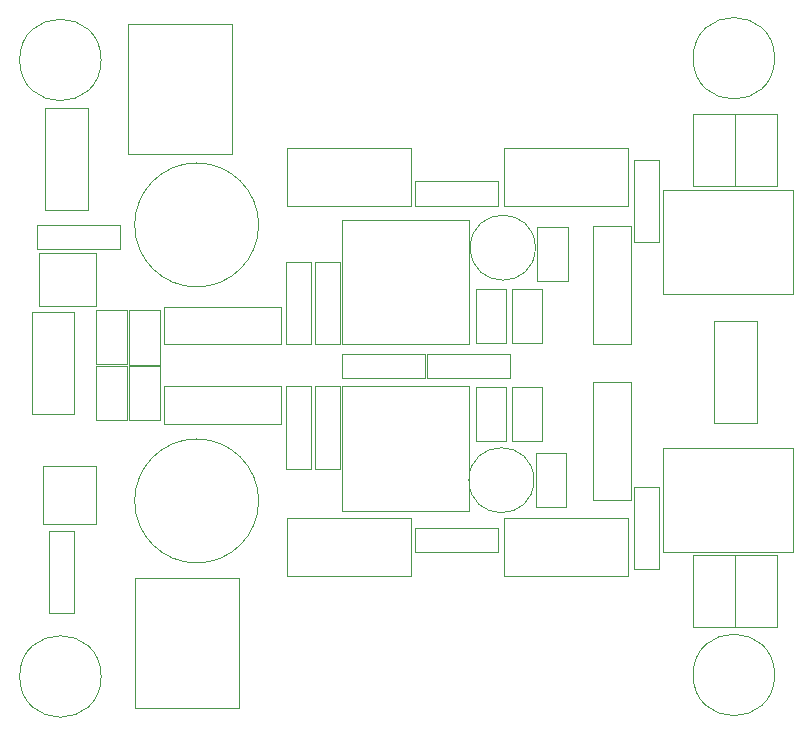
<source format=gbr>
G04 #@! TF.GenerationSoftware,KiCad,Pcbnew,(5.0.2)-1*
G04 #@! TF.CreationDate,2020-02-26T19:00:20+05:30*
G04 #@! TF.ProjectId,mosfet driver,6d6f7366-6574-4206-9472-697665722e6b,rev?*
G04 #@! TF.SameCoordinates,Original*
G04 #@! TF.FileFunction,Other,User*
%FSLAX46Y46*%
G04 Gerber Fmt 4.6, Leading zero omitted, Abs format (unit mm)*
G04 Created by KiCad (PCBNEW (5.0.2)-1) date 02/26/20 19:00:20*
%MOMM*%
%LPD*%
G01*
G04 APERTURE LIST*
%ADD10C,0.050000*%
G04 APERTURE END LIST*
D10*
G04 #@! TO.C,SW1*
X45952000Y-130788000D02*
X45952000Y-139438000D01*
X45952000Y-139438000D02*
X49552000Y-139438000D01*
X49552000Y-139438000D02*
X49552000Y-130788000D01*
X49552000Y-130788000D02*
X45952000Y-130788000D01*
G04 #@! TO.C,Snub_Low*
X104372000Y-174734000D02*
X104372000Y-168634000D01*
X107922000Y-174734000D02*
X104372000Y-174734000D01*
X107922000Y-168634000D02*
X107922000Y-174734000D01*
X104372000Y-168634000D02*
X107922000Y-168634000D01*
G04 #@! TO.C,Snub_High*
X100816000Y-168634000D02*
X104366000Y-168634000D01*
X104366000Y-168634000D02*
X104366000Y-174734000D01*
X104366000Y-174734000D02*
X100816000Y-174734000D01*
X100816000Y-174734000D02*
X100816000Y-168634000D01*
G04 #@! TO.C,Snub_Low*
X104372000Y-131296000D02*
X107922000Y-131296000D01*
X107922000Y-131296000D02*
X107922000Y-137396000D01*
X107922000Y-137396000D02*
X104372000Y-137396000D01*
X104372000Y-137396000D02*
X104372000Y-131296000D01*
G04 #@! TO.C,D3*
X56000000Y-150825000D02*
X65920000Y-150825000D01*
X56000000Y-147625000D02*
X56000000Y-150825000D01*
X65920000Y-147625000D02*
X56000000Y-147625000D01*
X65920000Y-150825000D02*
X65920000Y-147625000D01*
G04 #@! TO.C,D1*
X56000000Y-157556000D02*
X65920000Y-157556000D01*
X56000000Y-154356000D02*
X56000000Y-157556000D01*
X65920000Y-154356000D02*
X56000000Y-154356000D01*
X65920000Y-157556000D02*
X65920000Y-154356000D01*
G04 #@! TO.C,D6*
X50256000Y-166006000D02*
X50256000Y-161156000D01*
X45756000Y-166006000D02*
X50256000Y-166006000D01*
X45756000Y-161156000D02*
X45756000Y-166006000D01*
X50256000Y-161156000D02*
X45756000Y-161156000D01*
G04 #@! TO.C,D4*
X50245500Y-143101500D02*
X45395500Y-143101500D01*
X50245500Y-147601500D02*
X50245500Y-143101500D01*
X45395500Y-147601500D02*
X50245500Y-147601500D01*
X45395500Y-143101500D02*
X45395500Y-147601500D01*
G04 #@! TO.C,R12*
X46321000Y-166626500D02*
X46321000Y-173606500D01*
X48421000Y-166626500D02*
X46321000Y-166626500D01*
X48421000Y-173606500D02*
X48421000Y-166626500D01*
X46321000Y-173606500D02*
X48421000Y-173606500D01*
G04 #@! TO.C,R11*
X52258000Y-140682000D02*
X45278000Y-140682000D01*
X52258000Y-142782000D02*
X52258000Y-140682000D01*
X45278000Y-142782000D02*
X52258000Y-142782000D01*
X45278000Y-140682000D02*
X45278000Y-142782000D01*
G04 #@! TO.C,J2*
X109242000Y-146578000D02*
X109242000Y-137798000D01*
X98232000Y-146578000D02*
X109242000Y-146578000D01*
X98232000Y-137798000D02*
X98232000Y-146578000D01*
X109242000Y-137798000D02*
X98232000Y-137798000D01*
G04 #@! TO.C,J1*
X62354000Y-181632000D02*
X62354000Y-170622000D01*
X62354000Y-170622000D02*
X53574000Y-170622000D01*
X53574000Y-170622000D02*
X53574000Y-181632000D01*
X53574000Y-181632000D02*
X62354000Y-181632000D01*
G04 #@! TO.C,J4*
X61742000Y-123676000D02*
X52962000Y-123676000D01*
X61742000Y-134686000D02*
X61742000Y-123676000D01*
X52962000Y-134686000D02*
X61742000Y-134686000D01*
X52962000Y-123676000D02*
X52962000Y-134686000D01*
G04 #@! TO.C,R7*
X84262000Y-139099000D02*
X84262000Y-136999000D01*
X84262000Y-136999000D02*
X77282000Y-136999000D01*
X77282000Y-136999000D02*
X77282000Y-139099000D01*
X77282000Y-139099000D02*
X84262000Y-139099000D01*
G04 #@! TO.C,R5*
X70900000Y-150814775D02*
X70900000Y-143834775D01*
X68800000Y-150814775D02*
X70900000Y-150814775D01*
X68800000Y-143834775D02*
X68800000Y-150814775D01*
X70900000Y-143834775D02*
X68800000Y-143834775D01*
G04 #@! TO.C,R2*
X78298000Y-153704000D02*
X85278000Y-153704000D01*
X78298000Y-151604000D02*
X78298000Y-153704000D01*
X85278000Y-151604000D02*
X78298000Y-151604000D01*
X85278000Y-153704000D02*
X85278000Y-151604000D01*
G04 #@! TO.C,R1*
X68800000Y-154379000D02*
X68800000Y-161359000D01*
X70900000Y-154379000D02*
X68800000Y-154379000D01*
X70900000Y-161359000D02*
X70900000Y-154379000D01*
X68800000Y-161359000D02*
X70900000Y-161359000D01*
G04 #@! TO.C,D5*
X95580000Y-140836000D02*
X92380000Y-140836000D01*
X92380000Y-140836000D02*
X92380000Y-150756000D01*
X92380000Y-150756000D02*
X95580000Y-150756000D01*
X95580000Y-150756000D02*
X95580000Y-140836000D01*
G04 #@! TO.C,D2*
X92380000Y-163964000D02*
X95580000Y-163964000D01*
X95580000Y-163964000D02*
X95580000Y-154044000D01*
X95580000Y-154044000D02*
X92380000Y-154044000D01*
X92380000Y-154044000D02*
X92380000Y-163964000D01*
G04 #@! TO.C,C15*
X64031000Y-140716000D02*
G75*
G03X64031000Y-140716000I-5250000J0D01*
G01*
G04 #@! TO.C,C14*
X64031000Y-164084000D02*
G75*
G03X64031000Y-164084000I-5250000J0D01*
G01*
G04 #@! TO.C,R4*
X68487000Y-150810000D02*
X68487000Y-143830000D01*
X66387000Y-150810000D02*
X68487000Y-150810000D01*
X66387000Y-143830000D02*
X66387000Y-150810000D01*
X68487000Y-143830000D02*
X66387000Y-143830000D01*
G04 #@! TO.C,R3*
X66387000Y-154379000D02*
X66387000Y-161359000D01*
X68487000Y-154379000D02*
X66387000Y-154379000D01*
X68487000Y-161359000D02*
X68487000Y-154379000D01*
X66387000Y-161359000D02*
X68487000Y-161359000D01*
G04 #@! TO.C,Q4*
X84810000Y-134200000D02*
X84810000Y-139110000D01*
X84810000Y-139110000D02*
X95310000Y-139110000D01*
X95310000Y-139110000D02*
X95310000Y-134200000D01*
X95310000Y-134200000D02*
X84810000Y-134200000D01*
G04 #@! TO.C,Q3*
X66390000Y-134200000D02*
X66390000Y-139110000D01*
X66390000Y-139110000D02*
X76890000Y-139110000D01*
X76890000Y-139110000D02*
X76890000Y-134200000D01*
X76890000Y-134200000D02*
X66390000Y-134200000D01*
G04 #@! TO.C,Q2*
X95310000Y-170455000D02*
X95310000Y-165545000D01*
X95310000Y-165545000D02*
X84810000Y-165545000D01*
X84810000Y-165545000D02*
X84810000Y-170455000D01*
X84810000Y-170455000D02*
X95310000Y-170455000D01*
G04 #@! TO.C,Q1*
X76890000Y-170455000D02*
X76890000Y-165545000D01*
X76890000Y-165545000D02*
X66390000Y-165545000D01*
X66390000Y-165545000D02*
X66390000Y-170455000D01*
X66390000Y-170455000D02*
X76890000Y-170455000D01*
G04 #@! TO.C,R10*
X78094000Y-151604000D02*
X71114000Y-151604000D01*
X78094000Y-153704000D02*
X78094000Y-151604000D01*
X71114000Y-153704000D02*
X78094000Y-153704000D01*
X71114000Y-151604000D02*
X71114000Y-153704000D01*
G04 #@! TO.C,R9*
X95851000Y-135194000D02*
X95851000Y-142174000D01*
X97951000Y-135194000D02*
X95851000Y-135194000D01*
X97951000Y-142174000D02*
X97951000Y-135194000D01*
X95851000Y-142174000D02*
X97951000Y-142174000D01*
G04 #@! TO.C,R8*
X84262000Y-166336000D02*
X77282000Y-166336000D01*
X84262000Y-168436000D02*
X84262000Y-166336000D01*
X77282000Y-168436000D02*
X84262000Y-168436000D01*
X77282000Y-166336000D02*
X77282000Y-168436000D01*
G04 #@! TO.C,R6*
X97951000Y-169860000D02*
X97951000Y-162880000D01*
X95851000Y-169860000D02*
X97951000Y-169860000D01*
X95851000Y-162880000D02*
X95851000Y-169860000D01*
X97951000Y-162880000D02*
X95851000Y-162880000D01*
G04 #@! TO.C,H4*
X50694000Y-126746000D02*
G75*
G03X50694000Y-126746000I-3450000J0D01*
G01*
G04 #@! TO.C,H3*
X107717000Y-178816000D02*
G75*
G03X107717000Y-178816000I-3450000J0D01*
G01*
G04 #@! TO.C,H2*
X107717000Y-126606000D02*
G75*
G03X107717000Y-126606000I-3450000J0D01*
G01*
G04 #@! TO.C,H1*
X50694000Y-178943000D02*
G75*
G03X50694000Y-178943000I-3450000J0D01*
G01*
G04 #@! TO.C,C13*
X87600000Y-140849000D02*
X87600000Y-145449000D01*
X90200000Y-140849000D02*
X87600000Y-140849000D01*
X90200000Y-145449000D02*
X90200000Y-140849000D01*
X87600000Y-145449000D02*
X90200000Y-145449000D01*
G04 #@! TO.C,C12*
X87473000Y-160026000D02*
X87473000Y-164626000D01*
X90073000Y-160026000D02*
X87473000Y-160026000D01*
X90073000Y-164626000D02*
X90073000Y-160026000D01*
X87473000Y-164626000D02*
X90073000Y-164626000D01*
G04 #@! TO.C,C10*
X88041000Y-158998000D02*
X88041000Y-154398000D01*
X85441000Y-158998000D02*
X88041000Y-158998000D01*
X85441000Y-154398000D02*
X85441000Y-158998000D01*
X88041000Y-154398000D02*
X85441000Y-154398000D01*
G04 #@! TO.C,C9*
X50262000Y-152660000D02*
X50262000Y-157260000D01*
X52862000Y-152660000D02*
X50262000Y-152660000D01*
X52862000Y-157260000D02*
X52862000Y-152660000D01*
X50262000Y-157260000D02*
X52862000Y-157260000D01*
G04 #@! TO.C,C8*
X55656000Y-152535000D02*
X55656000Y-147935000D01*
X53056000Y-152535000D02*
X55656000Y-152535000D01*
X53056000Y-147935000D02*
X53056000Y-152535000D01*
X55656000Y-147935000D02*
X53056000Y-147935000D01*
G04 #@! TO.C,C7*
X84993000Y-150743000D02*
X84993000Y-146143000D01*
X82393000Y-150743000D02*
X84993000Y-150743000D01*
X82393000Y-146143000D02*
X82393000Y-150743000D01*
X84993000Y-146143000D02*
X82393000Y-146143000D01*
G04 #@! TO.C,C6*
X55656000Y-157246000D02*
X55656000Y-152646000D01*
X53056000Y-157246000D02*
X55656000Y-157246000D01*
X53056000Y-152646000D02*
X53056000Y-157246000D01*
X55656000Y-152646000D02*
X53056000Y-152646000D01*
G04 #@! TO.C,C5*
X52862000Y-152521000D02*
X52862000Y-147921000D01*
X50262000Y-152521000D02*
X52862000Y-152521000D01*
X50262000Y-147921000D02*
X50262000Y-152521000D01*
X52862000Y-147921000D02*
X50262000Y-147921000D01*
G04 #@! TO.C,C4*
X88041000Y-150743000D02*
X88041000Y-146143000D01*
X85441000Y-150743000D02*
X88041000Y-150743000D01*
X85441000Y-146143000D02*
X85441000Y-150743000D01*
X88041000Y-146143000D02*
X85441000Y-146143000D01*
G04 #@! TO.C,C3*
X84993000Y-158998000D02*
X84993000Y-154398000D01*
X82393000Y-158998000D02*
X84993000Y-158998000D01*
X82393000Y-154398000D02*
X82393000Y-158998000D01*
X84993000Y-154398000D02*
X82393000Y-154398000D01*
G04 #@! TO.C,C2*
X87459000Y-142641000D02*
G75*
G03X87459000Y-142641000I-2750000J0D01*
G01*
G04 #@! TO.C,C1*
X87332000Y-162326000D02*
G75*
G03X87332000Y-162326000I-2750000J0D01*
G01*
G04 #@! TO.C,U2*
X81814000Y-150814775D02*
X81814000Y-140264775D01*
X71114000Y-150814775D02*
X81814000Y-150814775D01*
X71114000Y-140264775D02*
X71114000Y-150814775D01*
X81814000Y-140264775D02*
X71114000Y-140264775D01*
G04 #@! TO.C,U1*
X81814000Y-164929000D02*
X81814000Y-154379000D01*
X71114000Y-164929000D02*
X81814000Y-164929000D01*
X71114000Y-154379000D02*
X71114000Y-164929000D01*
X81814000Y-154379000D02*
X71114000Y-154379000D01*
G04 #@! TO.C,J3*
X44809000Y-156720000D02*
X48409000Y-156720000D01*
X44809000Y-148070000D02*
X44809000Y-156720000D01*
X48409000Y-148070000D02*
X44809000Y-148070000D01*
X48409000Y-156720000D02*
X48409000Y-148070000D01*
G04 #@! TO.C,Snub_High*
X100816000Y-137396000D02*
X100816000Y-131296000D01*
X104366000Y-137396000D02*
X100816000Y-137396000D01*
X104366000Y-131296000D02*
X104366000Y-137396000D01*
X100816000Y-131296000D02*
X104366000Y-131296000D01*
G04 #@! TO.C,CS*
X109242000Y-168422000D02*
X109242000Y-159642000D01*
X98232000Y-168422000D02*
X109242000Y-168422000D01*
X98232000Y-159642000D02*
X98232000Y-168422000D01*
X109242000Y-159642000D02*
X98232000Y-159642000D01*
G04 #@! TO.C,SW2*
X106194000Y-148822000D02*
X102594000Y-148822000D01*
X106194000Y-157472000D02*
X106194000Y-148822000D01*
X102594000Y-157472000D02*
X106194000Y-157472000D01*
X102594000Y-148822000D02*
X102594000Y-157472000D01*
G04 #@! TD*
M02*

</source>
